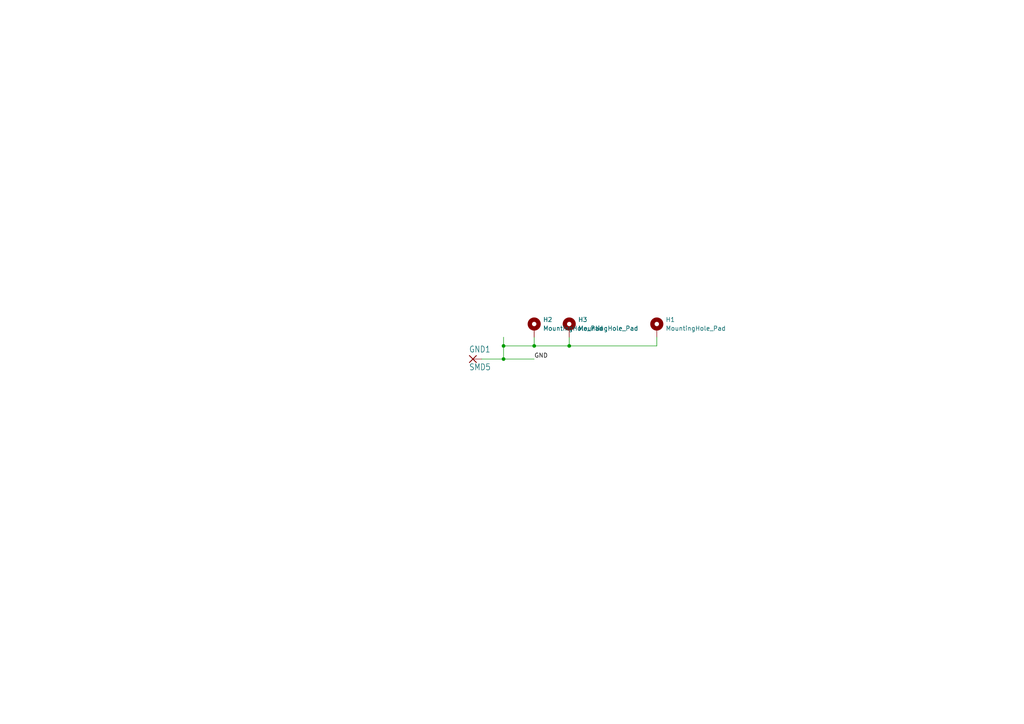
<source format=kicad_sch>
(kicad_sch (version 20211123) (generator eeschema)

  (uuid 6bfc0041-7678-4b03-85c2-8eb499d947cb)

  (paper "A4")

  (lib_symbols
    (symbol "Mechanical:MountingHole_Pad" (pin_numbers hide) (pin_names (offset 1.016) hide) (in_bom yes) (on_board yes)
      (property "Reference" "H" (id 0) (at 0 6.35 0)
        (effects (font (size 1.27 1.27)))
      )
      (property "Value" "MountingHole_Pad" (id 1) (at 0 4.445 0)
        (effects (font (size 1.27 1.27)))
      )
      (property "Footprint" "" (id 2) (at 0 0 0)
        (effects (font (size 1.27 1.27)) hide)
      )
      (property "Datasheet" "~" (id 3) (at 0 0 0)
        (effects (font (size 1.27 1.27)) hide)
      )
      (property "ki_keywords" "mounting hole" (id 4) (at 0 0 0)
        (effects (font (size 1.27 1.27)) hide)
      )
      (property "ki_description" "Mounting Hole with connection" (id 5) (at 0 0 0)
        (effects (font (size 1.27 1.27)) hide)
      )
      (property "ki_fp_filters" "MountingHole*Pad*" (id 6) (at 0 0 0)
        (effects (font (size 1.27 1.27)) hide)
      )
      (symbol "MountingHole_Pad_0_1"
        (circle (center 0 1.27) (radius 1.27)
          (stroke (width 1.27) (type default) (color 0 0 0 0))
          (fill (type none))
        )
      )
      (symbol "MountingHole_Pad_1_1"
        (pin input line (at 0 -2.54 90) (length 2.54)
          (name "1" (effects (font (size 1.27 1.27))))
          (number "1" (effects (font (size 1.27 1.27))))
        )
      )
    )
    (symbol "TG16_RF_DIN-eagle-import:SMD5" (in_bom yes) (on_board yes)
      (property "Reference" "PAD" (id 0) (at -1.143 1.8542 0)
        (effects (font (size 1.778 1.5113)) (justify left bottom))
      )
      (property "Value" "SMD5" (id 1) (at -1.143 -3.302 0)
        (effects (font (size 1.778 1.5113)) (justify left bottom))
      )
      (property "Footprint" "TG16_RF_DIN:SMD2,54-5,08" (id 2) (at 0 0 0)
        (effects (font (size 1.27 1.27)) hide)
      )
      (property "Datasheet" "" (id 3) (at 0 0 0)
        (effects (font (size 1.27 1.27)) hide)
      )
      (property "ki_locked" "" (id 4) (at 0 0 0)
        (effects (font (size 1.27 1.27)))
      )
      (symbol "SMD5_1_0"
        (polyline
          (pts
            (xy -1.016 -1.016)
            (xy 1.016 1.016)
          )
          (stroke (width 0.254) (type default) (color 0 0 0 0))
          (fill (type none))
        )
        (polyline
          (pts
            (xy -1.016 1.016)
            (xy 1.016 -1.016)
          )
          (stroke (width 0.254) (type default) (color 0 0 0 0))
          (fill (type none))
        )
        (pin passive line (at 2.54 0 180) (length 2.54)
          (name "P" (effects (font (size 0 0))))
          (number "1" (effects (font (size 0 0))))
        )
      )
    )
  )

  (junction (at 165.1 100.33) (diameter 0) (color 0 0 0 0)
    (uuid 5a209c39-812e-4a61-b945-6e68da15ca27)
  )
  (junction (at 146.05 100.33) (diameter 0) (color 0 0 0 0)
    (uuid 97e003b1-3371-4c81-81d7-e1727fd78914)
  )
  (junction (at 146.05 104.14) (diameter 0) (color 0 0 0 0)
    (uuid e10d8417-b18b-4d3c-8802-54153cbaa4e7)
  )
  (junction (at 154.94 100.33) (diameter 0) (color 0 0 0 0)
    (uuid edbce418-5767-4057-9b95-c27759c688a6)
  )

  (wire (pts (xy 146.05 97.79) (xy 146.05 100.33))
    (stroke (width 0) (type default) (color 0 0 0 0))
    (uuid 10df07c5-fcd6-43eb-9e06-aa05ddc6d983)
  )
  (wire (pts (xy 146.05 104.14) (xy 154.94 104.14))
    (stroke (width 0) (type default) (color 0 0 0 0))
    (uuid 1806fa4e-a191-4c17-abab-08b524c37388)
  )
  (wire (pts (xy 154.94 97.79) (xy 154.94 100.33))
    (stroke (width 0) (type default) (color 0 0 0 0))
    (uuid 24a4558d-5032-4f87-82b5-003a9873fe9a)
  )
  (wire (pts (xy 146.05 100.33) (xy 146.05 104.14))
    (stroke (width 0) (type default) (color 0 0 0 0))
    (uuid 3ab8a564-6d2a-4c64-9e20-7b03f63c6152)
  )
  (wire (pts (xy 139.7 104.14) (xy 146.05 104.14))
    (stroke (width 0) (type default) (color 0 0 0 0))
    (uuid 6682c429-4678-4dd8-87d8-b660d3baaeda)
  )
  (wire (pts (xy 146.05 100.33) (xy 154.94 100.33))
    (stroke (width 0) (type default) (color 0 0 0 0))
    (uuid 732b2df6-1d53-4965-af3c-a5417f41c8c5)
  )
  (wire (pts (xy 165.1 97.79) (xy 165.1 100.33))
    (stroke (width 0) (type default) (color 0 0 0 0))
    (uuid ae9aab43-f66f-4a03-b33c-fe88fdfe16a9)
  )
  (wire (pts (xy 190.5 100.33) (xy 165.1 100.33))
    (stroke (width 0) (type default) (color 0 0 0 0))
    (uuid d5ee214e-60f2-412a-b000-d1728457c91b)
  )
  (wire (pts (xy 165.1 100.33) (xy 154.94 100.33))
    (stroke (width 0) (type default) (color 0 0 0 0))
    (uuid d83db1e9-129b-4f51-9cbd-9e873f6515ed)
  )
  (wire (pts (xy 190.5 97.79) (xy 190.5 100.33))
    (stroke (width 0) (type default) (color 0 0 0 0))
    (uuid dd1ab482-e9b1-48d3-98a5-c7d111510cfe)
  )

  (label "GND" (at 154.94 104.14 0)
    (effects (font (size 1.2446 1.2446)) (justify left bottom))
    (uuid bdb4f2e5-b49c-4bd3-acf1-1af7a1e4eb41)
  )

  (symbol (lib_id "TG16_RF_DIN-eagle-import:SMD5") (at 137.16 104.14 0) (unit 1)
    (in_bom yes) (on_board yes)
    (uuid 0a0d47be-2e7a-4421-aafa-bcc465084492)
    (property "Reference" "GND1" (id 0) (at 136.017 102.2858 0)
      (effects (font (size 1.778 1.5113)) (justify left bottom))
    )
    (property "Value" "SMD5" (id 1) (at 136.017 107.442 0)
      (effects (font (size 1.778 1.5113)) (justify left bottom))
    )
    (property "Footprint" "TG16_RF_DIN:SMD2,54-5,08" (id 2) (at 137.16 104.14 0)
      (effects (font (size 1.27 1.27)) hide)
    )
    (property "Datasheet" "" (id 3) (at 137.16 104.14 0)
      (effects (font (size 1.27 1.27)) hide)
    )
    (pin "1" (uuid 0120bb85-c879-4e8b-b692-ca8619a9306a))
  )

  (symbol (lib_id "Mechanical:MountingHole_Pad") (at 190.5 95.25 0) (unit 1)
    (in_bom yes) (on_board yes) (fields_autoplaced)
    (uuid 7e4625db-9918-4da2-858e-2b291f06ad10)
    (property "Reference" "H1" (id 0) (at 193.04 92.7099 0)
      (effects (font (size 1.27 1.27)) (justify left))
    )
    (property "Value" "MountingHole_Pad" (id 1) (at 193.04 95.2499 0)
      (effects (font (size 1.27 1.27)) (justify left))
    )
    (property "Footprint" "MountingHole:MountingHole_2.7mm_M2.5_DIN965_Pad" (id 2) (at 190.5 95.25 0)
      (effects (font (size 1.27 1.27)) hide)
    )
    (property "Datasheet" "~" (id 3) (at 190.5 95.25 0)
      (effects (font (size 1.27 1.27)) hide)
    )
    (pin "1" (uuid e9432daa-8917-4755-9881-d70ea12310c0))
  )

  (symbol (lib_id "Mechanical:MountingHole_Pad") (at 154.94 95.25 0) (unit 1)
    (in_bom yes) (on_board yes) (fields_autoplaced)
    (uuid d82fde19-e105-44ec-ac56-4689df9f9317)
    (property "Reference" "H2" (id 0) (at 157.48 92.7099 0)
      (effects (font (size 1.27 1.27)) (justify left))
    )
    (property "Value" "MountingHole_Pad" (id 1) (at 157.48 95.2499 0)
      (effects (font (size 1.27 1.27)) (justify left))
    )
    (property "Footprint" "MountingHole:MountingHole_2.7mm_M2.5_DIN965_Pad" (id 2) (at 154.94 95.25 0)
      (effects (font (size 1.27 1.27)) hide)
    )
    (property "Datasheet" "~" (id 3) (at 154.94 95.25 0)
      (effects (font (size 1.27 1.27)) hide)
    )
    (pin "1" (uuid 94d807fe-2047-4cc4-9820-3abe0269cfcd))
  )

  (symbol (lib_id "Mechanical:MountingHole_Pad") (at 165.1 95.25 0) (unit 1)
    (in_bom yes) (on_board yes) (fields_autoplaced)
    (uuid f59d4b54-7c8a-4342-b937-786b15fd60ad)
    (property "Reference" "H3" (id 0) (at 167.64 92.7099 0)
      (effects (font (size 1.27 1.27)) (justify left))
    )
    (property "Value" "MountingHole_Pad" (id 1) (at 167.64 95.2499 0)
      (effects (font (size 1.27 1.27)) (justify left))
    )
    (property "Footprint" "MountingHole:MountingHole_2.7mm_M2.5_DIN965_Pad" (id 2) (at 165.1 95.25 0)
      (effects (font (size 1.27 1.27)) hide)
    )
    (property "Datasheet" "~" (id 3) (at 165.1 95.25 0)
      (effects (font (size 1.27 1.27)) hide)
    )
    (pin "1" (uuid 3da47b90-95c8-4a0e-9453-0293b9765c5e))
  )

  (sheet_instances
    (path "/" (page "1"))
  )

  (symbol_instances
    (path "/0a0d47be-2e7a-4421-aafa-bcc465084492"
      (reference "GND1") (unit 1) (value "SMD5") (footprint "TG16_RF_DIN:SMD2,54-5,08")
    )
    (path "/7e4625db-9918-4da2-858e-2b291f06ad10"
      (reference "H1") (unit 1) (value "MountingHole_Pad") (footprint "MountingHole:MountingHole_2.7mm_M2.5_DIN965_Pad")
    )
    (path "/d82fde19-e105-44ec-ac56-4689df9f9317"
      (reference "H2") (unit 1) (value "MountingHole_Pad") (footprint "MountingHole:MountingHole_2.7mm_M2.5_DIN965_Pad")
    )
    (path "/f59d4b54-7c8a-4342-b937-786b15fd60ad"
      (reference "H3") (unit 1) (value "MountingHole_Pad") (footprint "MountingHole:MountingHole_2.7mm_M2.5_DIN965_Pad")
    )
  )
)

</source>
